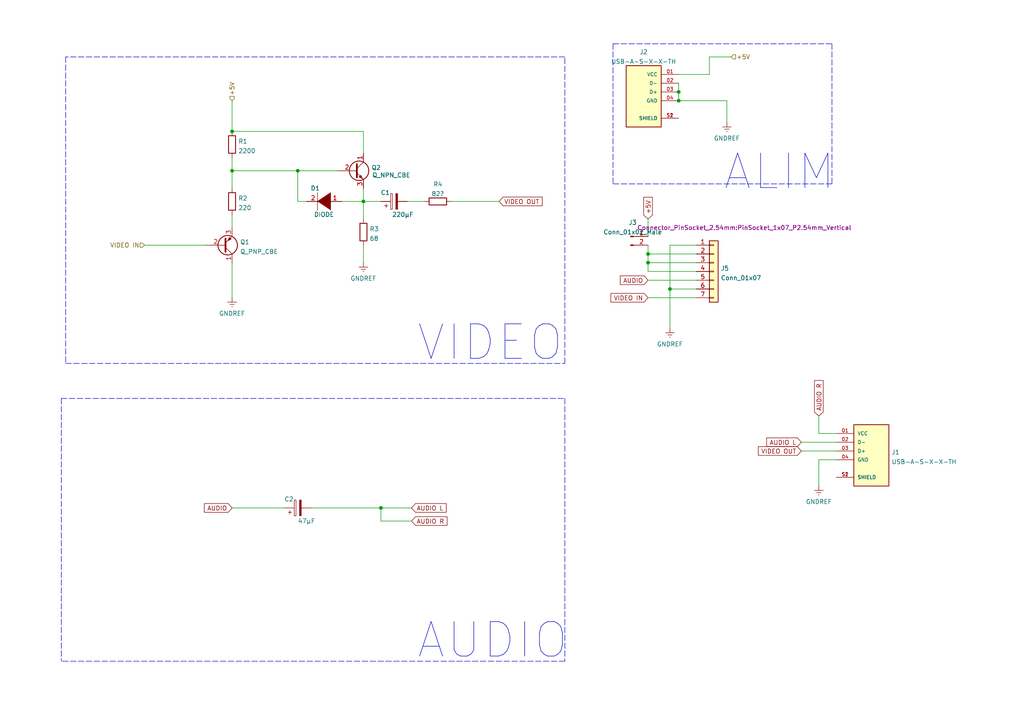
<source format=kicad_sch>
(kicad_sch (version 20211123) (generator eeschema)

  (uuid e63e39d7-6ac0-4ffd-8aa3-1841a4541b55)

  (paper "A4")

  (lib_symbols
    (symbol "Connector:Conn_01x02_Male" (pin_names (offset 1.016) hide) (in_bom yes) (on_board yes)
      (property "Reference" "J" (id 0) (at 0 2.54 0)
        (effects (font (size 1.27 1.27)))
      )
      (property "Value" "Conn_01x02_Male" (id 1) (at 0 -5.08 0)
        (effects (font (size 1.27 1.27)))
      )
      (property "Footprint" "" (id 2) (at 0 0 0)
        (effects (font (size 1.27 1.27)) hide)
      )
      (property "Datasheet" "~" (id 3) (at 0 0 0)
        (effects (font (size 1.27 1.27)) hide)
      )
      (property "ki_keywords" "connector" (id 4) (at 0 0 0)
        (effects (font (size 1.27 1.27)) hide)
      )
      (property "ki_description" "Generic connector, single row, 01x02, script generated (kicad-library-utils/schlib/autogen/connector/)" (id 5) (at 0 0 0)
        (effects (font (size 1.27 1.27)) hide)
      )
      (property "ki_fp_filters" "Connector*:*_1x??_*" (id 6) (at 0 0 0)
        (effects (font (size 1.27 1.27)) hide)
      )
      (symbol "Conn_01x02_Male_1_1"
        (polyline
          (pts
            (xy 1.27 -2.54)
            (xy 0.8636 -2.54)
          )
          (stroke (width 0.1524) (type default) (color 0 0 0 0))
          (fill (type none))
        )
        (polyline
          (pts
            (xy 1.27 0)
            (xy 0.8636 0)
          )
          (stroke (width 0.1524) (type default) (color 0 0 0 0))
          (fill (type none))
        )
        (rectangle (start 0.8636 -2.413) (end 0 -2.667)
          (stroke (width 0.1524) (type default) (color 0 0 0 0))
          (fill (type outline))
        )
        (rectangle (start 0.8636 0.127) (end 0 -0.127)
          (stroke (width 0.1524) (type default) (color 0 0 0 0))
          (fill (type outline))
        )
        (pin passive line (at 5.08 0 180) (length 3.81)
          (name "Pin_1" (effects (font (size 1.27 1.27))))
          (number "1" (effects (font (size 1.27 1.27))))
        )
        (pin passive line (at 5.08 -2.54 180) (length 3.81)
          (name "Pin_2" (effects (font (size 1.27 1.27))))
          (number "2" (effects (font (size 1.27 1.27))))
        )
      )
    )
    (symbol "Connector_Generic:Conn_01x07" (pin_names (offset 1.016) hide) (in_bom yes) (on_board yes)
      (property "Reference" "J" (id 0) (at 0 10.16 0)
        (effects (font (size 1.27 1.27)))
      )
      (property "Value" "Conn_01x07" (id 1) (at 0 -10.16 0)
        (effects (font (size 1.27 1.27)))
      )
      (property "Footprint" "" (id 2) (at 0 0 0)
        (effects (font (size 1.27 1.27)) hide)
      )
      (property "Datasheet" "~" (id 3) (at 0 0 0)
        (effects (font (size 1.27 1.27)) hide)
      )
      (property "ki_keywords" "connector" (id 4) (at 0 0 0)
        (effects (font (size 1.27 1.27)) hide)
      )
      (property "ki_description" "Generic connector, single row, 01x07, script generated (kicad-library-utils/schlib/autogen/connector/)" (id 5) (at 0 0 0)
        (effects (font (size 1.27 1.27)) hide)
      )
      (property "ki_fp_filters" "Connector*:*_1x??_*" (id 6) (at 0 0 0)
        (effects (font (size 1.27 1.27)) hide)
      )
      (symbol "Conn_01x07_1_1"
        (rectangle (start -1.27 -7.493) (end 0 -7.747)
          (stroke (width 0.1524) (type default) (color 0 0 0 0))
          (fill (type none))
        )
        (rectangle (start -1.27 -4.953) (end 0 -5.207)
          (stroke (width 0.1524) (type default) (color 0 0 0 0))
          (fill (type none))
        )
        (rectangle (start -1.27 -2.413) (end 0 -2.667)
          (stroke (width 0.1524) (type default) (color 0 0 0 0))
          (fill (type none))
        )
        (rectangle (start -1.27 0.127) (end 0 -0.127)
          (stroke (width 0.1524) (type default) (color 0 0 0 0))
          (fill (type none))
        )
        (rectangle (start -1.27 2.667) (end 0 2.413)
          (stroke (width 0.1524) (type default) (color 0 0 0 0))
          (fill (type none))
        )
        (rectangle (start -1.27 5.207) (end 0 4.953)
          (stroke (width 0.1524) (type default) (color 0 0 0 0))
          (fill (type none))
        )
        (rectangle (start -1.27 7.747) (end 0 7.493)
          (stroke (width 0.1524) (type default) (color 0 0 0 0))
          (fill (type none))
        )
        (rectangle (start -1.27 8.89) (end 1.27 -8.89)
          (stroke (width 0.254) (type default) (color 0 0 0 0))
          (fill (type background))
        )
        (pin passive line (at -5.08 7.62 0) (length 3.81)
          (name "Pin_1" (effects (font (size 1.27 1.27))))
          (number "1" (effects (font (size 1.27 1.27))))
        )
        (pin passive line (at -5.08 5.08 0) (length 3.81)
          (name "Pin_2" (effects (font (size 1.27 1.27))))
          (number "2" (effects (font (size 1.27 1.27))))
        )
        (pin passive line (at -5.08 2.54 0) (length 3.81)
          (name "Pin_3" (effects (font (size 1.27 1.27))))
          (number "3" (effects (font (size 1.27 1.27))))
        )
        (pin passive line (at -5.08 0 0) (length 3.81)
          (name "Pin_4" (effects (font (size 1.27 1.27))))
          (number "4" (effects (font (size 1.27 1.27))))
        )
        (pin passive line (at -5.08 -2.54 0) (length 3.81)
          (name "Pin_5" (effects (font (size 1.27 1.27))))
          (number "5" (effects (font (size 1.27 1.27))))
        )
        (pin passive line (at -5.08 -5.08 0) (length 3.81)
          (name "Pin_6" (effects (font (size 1.27 1.27))))
          (number "6" (effects (font (size 1.27 1.27))))
        )
        (pin passive line (at -5.08 -7.62 0) (length 3.81)
          (name "Pin_7" (effects (font (size 1.27 1.27))))
          (number "7" (effects (font (size 1.27 1.27))))
        )
      )
    )
    (symbol "Device:C_Polarized" (pin_numbers hide) (pin_names (offset 0.254)) (in_bom yes) (on_board yes)
      (property "Reference" "C" (id 0) (at 0.635 2.54 0)
        (effects (font (size 1.27 1.27)) (justify left))
      )
      (property "Value" "C_Polarized" (id 1) (at 0.635 -2.54 0)
        (effects (font (size 1.27 1.27)) (justify left))
      )
      (property "Footprint" "" (id 2) (at 0.9652 -3.81 0)
        (effects (font (size 1.27 1.27)) hide)
      )
      (property "Datasheet" "~" (id 3) (at 0 0 0)
        (effects (font (size 1.27 1.27)) hide)
      )
      (property "ki_keywords" "cap capacitor" (id 4) (at 0 0 0)
        (effects (font (size 1.27 1.27)) hide)
      )
      (property "ki_description" "Polarized capacitor" (id 5) (at 0 0 0)
        (effects (font (size 1.27 1.27)) hide)
      )
      (property "ki_fp_filters" "CP_*" (id 6) (at 0 0 0)
        (effects (font (size 1.27 1.27)) hide)
      )
      (symbol "C_Polarized_0_1"
        (rectangle (start -2.286 0.508) (end 2.286 1.016)
          (stroke (width 0) (type default) (color 0 0 0 0))
          (fill (type none))
        )
        (polyline
          (pts
            (xy -1.778 2.286)
            (xy -0.762 2.286)
          )
          (stroke (width 0) (type default) (color 0 0 0 0))
          (fill (type none))
        )
        (polyline
          (pts
            (xy -1.27 2.794)
            (xy -1.27 1.778)
          )
          (stroke (width 0) (type default) (color 0 0 0 0))
          (fill (type none))
        )
        (rectangle (start 2.286 -0.508) (end -2.286 -1.016)
          (stroke (width 0) (type default) (color 0 0 0 0))
          (fill (type outline))
        )
      )
      (symbol "C_Polarized_1_1"
        (pin passive line (at 0 3.81 270) (length 2.794)
          (name "~" (effects (font (size 1.27 1.27))))
          (number "1" (effects (font (size 1.27 1.27))))
        )
        (pin passive line (at 0 -3.81 90) (length 2.794)
          (name "~" (effects (font (size 1.27 1.27))))
          (number "2" (effects (font (size 1.27 1.27))))
        )
      )
    )
    (symbol "Device:Q_NPN_CBE" (pin_names (offset 0) hide) (in_bom yes) (on_board yes)
      (property "Reference" "Q" (id 0) (at 5.08 1.27 0)
        (effects (font (size 1.27 1.27)) (justify left))
      )
      (property "Value" "Q_NPN_CBE" (id 1) (at 5.08 -1.27 0)
        (effects (font (size 1.27 1.27)) (justify left))
      )
      (property "Footprint" "" (id 2) (at 5.08 2.54 0)
        (effects (font (size 1.27 1.27)) hide)
      )
      (property "Datasheet" "~" (id 3) (at 0 0 0)
        (effects (font (size 1.27 1.27)) hide)
      )
      (property "ki_keywords" "transistor NPN" (id 4) (at 0 0 0)
        (effects (font (size 1.27 1.27)) hide)
      )
      (property "ki_description" "NPN transistor, collector/base/emitter" (id 5) (at 0 0 0)
        (effects (font (size 1.27 1.27)) hide)
      )
      (symbol "Q_NPN_CBE_0_1"
        (polyline
          (pts
            (xy 0.635 0.635)
            (xy 2.54 2.54)
          )
          (stroke (width 0) (type default) (color 0 0 0 0))
          (fill (type none))
        )
        (polyline
          (pts
            (xy 0.635 -0.635)
            (xy 2.54 -2.54)
            (xy 2.54 -2.54)
          )
          (stroke (width 0) (type default) (color 0 0 0 0))
          (fill (type none))
        )
        (polyline
          (pts
            (xy 0.635 1.905)
            (xy 0.635 -1.905)
            (xy 0.635 -1.905)
          )
          (stroke (width 0.508) (type default) (color 0 0 0 0))
          (fill (type none))
        )
        (polyline
          (pts
            (xy 1.27 -1.778)
            (xy 1.778 -1.27)
            (xy 2.286 -2.286)
            (xy 1.27 -1.778)
            (xy 1.27 -1.778)
          )
          (stroke (width 0) (type default) (color 0 0 0 0))
          (fill (type outline))
        )
        (circle (center 1.27 0) (radius 2.8194)
          (stroke (width 0.254) (type default) (color 0 0 0 0))
          (fill (type none))
        )
      )
      (symbol "Q_NPN_CBE_1_1"
        (pin passive line (at 2.54 5.08 270) (length 2.54)
          (name "C" (effects (font (size 1.27 1.27))))
          (number "1" (effects (font (size 1.27 1.27))))
        )
        (pin input line (at -5.08 0 0) (length 5.715)
          (name "B" (effects (font (size 1.27 1.27))))
          (number "2" (effects (font (size 1.27 1.27))))
        )
        (pin passive line (at 2.54 -5.08 90) (length 2.54)
          (name "E" (effects (font (size 1.27 1.27))))
          (number "3" (effects (font (size 1.27 1.27))))
        )
      )
    )
    (symbol "Device:Q_PNP_CBE" (pin_names (offset 0) hide) (in_bom yes) (on_board yes)
      (property "Reference" "Q" (id 0) (at 5.08 1.27 0)
        (effects (font (size 1.27 1.27)) (justify left))
      )
      (property "Value" "Q_PNP_CBE" (id 1) (at 5.08 -1.27 0)
        (effects (font (size 1.27 1.27)) (justify left))
      )
      (property "Footprint" "" (id 2) (at 5.08 2.54 0)
        (effects (font (size 1.27 1.27)) hide)
      )
      (property "Datasheet" "~" (id 3) (at 0 0 0)
        (effects (font (size 1.27 1.27)) hide)
      )
      (property "ki_keywords" "transistor PNP" (id 4) (at 0 0 0)
        (effects (font (size 1.27 1.27)) hide)
      )
      (property "ki_description" "PNP transistor, collector/base/emitter" (id 5) (at 0 0 0)
        (effects (font (size 1.27 1.27)) hide)
      )
      (symbol "Q_PNP_CBE_0_1"
        (polyline
          (pts
            (xy 0.635 0.635)
            (xy 2.54 2.54)
          )
          (stroke (width 0) (type default) (color 0 0 0 0))
          (fill (type none))
        )
        (polyline
          (pts
            (xy 0.635 -0.635)
            (xy 2.54 -2.54)
            (xy 2.54 -2.54)
          )
          (stroke (width 0) (type default) (color 0 0 0 0))
          (fill (type none))
        )
        (polyline
          (pts
            (xy 0.635 1.905)
            (xy 0.635 -1.905)
            (xy 0.635 -1.905)
          )
          (stroke (width 0.508) (type default) (color 0 0 0 0))
          (fill (type none))
        )
        (polyline
          (pts
            (xy 2.286 -1.778)
            (xy 1.778 -2.286)
            (xy 1.27 -1.27)
            (xy 2.286 -1.778)
            (xy 2.286 -1.778)
          )
          (stroke (width 0) (type default) (color 0 0 0 0))
          (fill (type outline))
        )
        (circle (center 1.27 0) (radius 2.8194)
          (stroke (width 0.254) (type default) (color 0 0 0 0))
          (fill (type none))
        )
      )
      (symbol "Q_PNP_CBE_1_1"
        (pin passive line (at 2.54 5.08 270) (length 2.54)
          (name "C" (effects (font (size 1.27 1.27))))
          (number "1" (effects (font (size 1.27 1.27))))
        )
        (pin input line (at -5.08 0 0) (length 5.715)
          (name "B" (effects (font (size 1.27 1.27))))
          (number "2" (effects (font (size 1.27 1.27))))
        )
        (pin passive line (at 2.54 -5.08 90) (length 2.54)
          (name "E" (effects (font (size 1.27 1.27))))
          (number "3" (effects (font (size 1.27 1.27))))
        )
      )
    )
    (symbol "Device:R" (pin_numbers hide) (pin_names (offset 0)) (in_bom yes) (on_board yes)
      (property "Reference" "R" (id 0) (at 2.032 0 90)
        (effects (font (size 1.27 1.27)))
      )
      (property "Value" "R" (id 1) (at 0 0 90)
        (effects (font (size 1.27 1.27)))
      )
      (property "Footprint" "" (id 2) (at -1.778 0 90)
        (effects (font (size 1.27 1.27)) hide)
      )
      (property "Datasheet" "~" (id 3) (at 0 0 0)
        (effects (font (size 1.27 1.27)) hide)
      )
      (property "ki_keywords" "R res resistor" (id 4) (at 0 0 0)
        (effects (font (size 1.27 1.27)) hide)
      )
      (property "ki_description" "Resistor" (id 5) (at 0 0 0)
        (effects (font (size 1.27 1.27)) hide)
      )
      (property "ki_fp_filters" "R_*" (id 6) (at 0 0 0)
        (effects (font (size 1.27 1.27)) hide)
      )
      (symbol "R_0_1"
        (rectangle (start -1.016 -2.54) (end 1.016 2.54)
          (stroke (width 0.254) (type default) (color 0 0 0 0))
          (fill (type none))
        )
      )
      (symbol "R_1_1"
        (pin passive line (at 0 3.81 270) (length 1.27)
          (name "~" (effects (font (size 1.27 1.27))))
          (number "1" (effects (font (size 1.27 1.27))))
        )
        (pin passive line (at 0 -3.81 90) (length 1.27)
          (name "~" (effects (font (size 1.27 1.27))))
          (number "2" (effects (font (size 1.27 1.27))))
        )
      )
    )
    (symbol "USB A:USB-A-S-X-X-TH" (pin_names (offset 1.016)) (in_bom yes) (on_board yes)
      (property "Reference" "J" (id 0) (at -5.08 8.89 0)
        (effects (font (size 1.27 1.27)) (justify left bottom))
      )
      (property "Value" "USB-A-S-X-X-TH" (id 1) (at -5.08 -12.7 0)
        (effects (font (size 1.27 1.27)) (justify left bottom))
      )
      (property "Footprint" "SAMTEC_USB-A-S-X-X-TH" (id 2) (at 0 0 0)
        (effects (font (size 1.27 1.27)) (justify left bottom) hide)
      )
      (property "Datasheet" "" (id 3) (at 0 0 0)
        (effects (font (size 1.27 1.27)) (justify left bottom) hide)
      )
      (property "MAXIMUM_PACKAGE_HEIGHT" "7.08 mm" (id 4) (at 0 0 0)
        (effects (font (size 1.27 1.27)) (justify left bottom) hide)
      )
      (property "STANDARD" "Manufacturer Recommendations" (id 5) (at 0 0 0)
        (effects (font (size 1.27 1.27)) (justify left bottom) hide)
      )
      (property "PARTREV" "R" (id 6) (at 0 0 0)
        (effects (font (size 1.27 1.27)) (justify left bottom) hide)
      )
      (property "MANUFACTURER" "Samtec" (id 7) (at 0 0 0)
        (effects (font (size 1.27 1.27)) (justify left bottom) hide)
      )
      (property "ki_locked" "" (id 8) (at 0 0 0)
        (effects (font (size 1.27 1.27)))
      )
      (symbol "USB-A-S-X-X-TH_0_0"
        (rectangle (start -5.08 -10.16) (end 5.08 7.62)
          (stroke (width 0.254) (type default) (color 0 0 0 0))
          (fill (type background))
        )
        (pin power_in line (at -10.16 5.08 0) (length 5.08)
          (name "VCC" (effects (font (size 1.016 1.016))))
          (number "01" (effects (font (size 1.016 1.016))))
        )
        (pin bidirectional line (at -10.16 2.54 0) (length 5.08)
          (name "D-" (effects (font (size 1.016 1.016))))
          (number "02" (effects (font (size 1.016 1.016))))
        )
        (pin bidirectional line (at -10.16 0 0) (length 5.08)
          (name "D+" (effects (font (size 1.016 1.016))))
          (number "03" (effects (font (size 1.016 1.016))))
        )
        (pin power_in line (at -10.16 -2.54 0) (length 5.08)
          (name "GND" (effects (font (size 1.016 1.016))))
          (number "04" (effects (font (size 1.016 1.016))))
        )
        (pin passive line (at -10.16 -7.62 0) (length 5.08)
          (name "SHIELD" (effects (font (size 1.016 1.016))))
          (number "S1" (effects (font (size 1.016 1.016))))
        )
        (pin passive line (at -10.16 -7.62 0) (length 5.08)
          (name "SHIELD" (effects (font (size 1.016 1.016))))
          (number "S2" (effects (font (size 1.016 1.016))))
        )
      )
    )
    (symbol "power:GNDREF" (power) (pin_names (offset 0)) (in_bom yes) (on_board yes)
      (property "Reference" "#PWR" (id 0) (at 0 -6.35 0)
        (effects (font (size 1.27 1.27)) hide)
      )
      (property "Value" "GNDREF" (id 1) (at 0 -3.81 0)
        (effects (font (size 1.27 1.27)))
      )
      (property "Footprint" "" (id 2) (at 0 0 0)
        (effects (font (size 1.27 1.27)) hide)
      )
      (property "Datasheet" "" (id 3) (at 0 0 0)
        (effects (font (size 1.27 1.27)) hide)
      )
      (property "ki_keywords" "power-flag" (id 4) (at 0 0 0)
        (effects (font (size 1.27 1.27)) hide)
      )
      (property "ki_description" "Power symbol creates a global label with name \"GNDREF\" , reference supply ground" (id 5) (at 0 0 0)
        (effects (font (size 1.27 1.27)) hide)
      )
      (symbol "GNDREF_0_1"
        (polyline
          (pts
            (xy -0.635 -1.905)
            (xy 0.635 -1.905)
          )
          (stroke (width 0) (type default) (color 0 0 0 0))
          (fill (type none))
        )
        (polyline
          (pts
            (xy -0.127 -2.54)
            (xy 0.127 -2.54)
          )
          (stroke (width 0) (type default) (color 0 0 0 0))
          (fill (type none))
        )
        (polyline
          (pts
            (xy 0 -1.27)
            (xy 0 0)
          )
          (stroke (width 0) (type default) (color 0 0 0 0))
          (fill (type none))
        )
        (polyline
          (pts
            (xy 1.27 -1.27)
            (xy -1.27 -1.27)
          )
          (stroke (width 0) (type default) (color 0 0 0 0))
          (fill (type none))
        )
      )
      (symbol "GNDREF_1_1"
        (pin power_in line (at 0 0 270) (length 0) hide
          (name "GNDREF" (effects (font (size 1.27 1.27))))
          (number "1" (effects (font (size 1.27 1.27))))
        )
      )
    )
    (symbol "pspice:DIODE" (pin_names (offset 1.016) hide) (in_bom yes) (on_board yes)
      (property "Reference" "D" (id 0) (at 0 3.81 0)
        (effects (font (size 1.27 1.27)))
      )
      (property "Value" "DIODE" (id 1) (at 0 -4.445 0)
        (effects (font (size 1.27 1.27)))
      )
      (property "Footprint" "" (id 2) (at 0 0 0)
        (effects (font (size 1.27 1.27)) hide)
      )
      (property "Datasheet" "~" (id 3) (at 0 0 0)
        (effects (font (size 1.27 1.27)) hide)
      )
      (property "ki_keywords" "simulation" (id 4) (at 0 0 0)
        (effects (font (size 1.27 1.27)) hide)
      )
      (property "ki_description" "Diode symbol for simulation only. Pin order incompatible with official kicad footprints" (id 5) (at 0 0 0)
        (effects (font (size 1.27 1.27)) hide)
      )
      (symbol "DIODE_0_1"
        (polyline
          (pts
            (xy 1.905 2.54)
            (xy 1.905 -2.54)
          )
          (stroke (width 0) (type default) (color 0 0 0 0))
          (fill (type none))
        )
        (polyline
          (pts
            (xy -1.905 2.54)
            (xy -1.905 -2.54)
            (xy 1.905 0)
          )
          (stroke (width 0) (type default) (color 0 0 0 0))
          (fill (type outline))
        )
      )
      (symbol "DIODE_1_1"
        (pin input line (at -5.08 0 0) (length 3.81)
          (name "K" (effects (font (size 1.27 1.27))))
          (number "1" (effects (font (size 1.27 1.27))))
        )
        (pin input line (at 5.08 0 180) (length 3.81)
          (name "A" (effects (font (size 1.27 1.27))))
          (number "2" (effects (font (size 1.27 1.27))))
        )
      )
    )
  )

  (junction (at 105.41 58.42) (diameter 0) (color 0 0 0 0)
    (uuid 085261b4-2afc-4f81-9017-4d66df3e5b09)
  )
  (junction (at 196.85 29.21) (diameter 0) (color 0 0 0 0)
    (uuid 3a25ff12-6a2f-4f25-ab5e-e961ec0568e3)
  )
  (junction (at 196.85 26.67) (diameter 0) (color 0 0 0 0)
    (uuid 754b04b7-11b4-4cfa-b316-5fbfa8e5c16f)
  )
  (junction (at 187.96 73.66) (diameter 0) (color 0 0 0 0)
    (uuid 8e061d6b-f4fa-4c56-b49e-b178c1912f21)
  )
  (junction (at 187.96 76.2) (diameter 0) (color 0 0 0 0)
    (uuid 95876ea6-fd77-4261-a837-3fb94372460d)
  )
  (junction (at 110.49 147.32) (diameter 0) (color 0 0 0 0)
    (uuid b7ffe945-3e3c-4c86-ab23-e69617d42225)
  )
  (junction (at 67.31 49.53) (diameter 0) (color 0 0 0 0)
    (uuid bf14e050-0e78-4484-9eac-242ca229a8df)
  )
  (junction (at 67.31 38.1) (diameter 0) (color 0 0 0 0)
    (uuid cbd22266-8b7d-421e-a0ca-9d31cea8bb82)
  )
  (junction (at 86.36 49.53) (diameter 0) (color 0 0 0 0)
    (uuid d64e35e1-97b6-473c-b0e2-9e5698bb0e92)
  )
  (junction (at 194.31 83.82) (diameter 0) (color 0 0 0 0)
    (uuid f42cb542-37df-40fc-84b0-0bdf3b672e3b)
  )

  (wire (pts (xy 194.31 71.12) (xy 194.31 83.82))
    (stroke (width 0) (type default) (color 0 0 0 0))
    (uuid 013ed26d-4914-4be4-8e86-fb621adbf1c8)
  )
  (wire (pts (xy 67.31 49.53) (xy 86.36 49.53))
    (stroke (width 0) (type default) (color 0 0 0 0))
    (uuid 014ac53e-9c74-4a1a-a452-8398bea83ee4)
  )
  (wire (pts (xy 67.31 49.53) (xy 67.31 54.61))
    (stroke (width 0) (type default) (color 0 0 0 0))
    (uuid 0636069d-a494-4a5e-a863-c81a9cd0876a)
  )
  (wire (pts (xy 237.49 120.65) (xy 237.49 125.73))
    (stroke (width 0) (type default) (color 0 0 0 0))
    (uuid 0b6fef54-4508-4b1c-aa14-e51b16e1fbcb)
  )
  (wire (pts (xy 201.93 73.66) (xy 187.96 73.66))
    (stroke (width 0) (type default) (color 0 0 0 0))
    (uuid 0b735e8e-3bc2-4f10-9b0f-fafed8289056)
  )
  (wire (pts (xy 86.36 58.42) (xy 86.36 49.53))
    (stroke (width 0) (type default) (color 0 0 0 0))
    (uuid 0bf43ac6-6a7b-4a0d-bd38-12d39a1c85a8)
  )
  (polyline (pts (xy 163.83 191.77) (xy 17.78 191.77))
    (stroke (width 0) (type default) (color 0 0 0 0))
    (uuid 1009ee52-ee21-42fd-bd79-fd0736eff0a0)
  )

  (wire (pts (xy 41.91 71.12) (xy 59.69 71.12))
    (stroke (width 0) (type default) (color 0 0 0 0))
    (uuid 10e22ec8-858f-4cbb-8bec-2ded127fb05e)
  )
  (wire (pts (xy 110.49 151.13) (xy 119.38 151.13))
    (stroke (width 0) (type default) (color 0 0 0 0))
    (uuid 1b8681c3-a617-4616-a35f-b0fd38ce36ad)
  )
  (wire (pts (xy 196.85 29.21) (xy 210.82 29.21))
    (stroke (width 0) (type default) (color 0 0 0 0))
    (uuid 220a6eab-eb7a-4b23-b67e-6c8a215cf56a)
  )
  (wire (pts (xy 187.96 86.36) (xy 201.93 86.36))
    (stroke (width 0) (type default) (color 0 0 0 0))
    (uuid 2d14feb1-4575-47c1-9b52-3c7fb892f819)
  )
  (wire (pts (xy 90.17 147.32) (xy 110.49 147.32))
    (stroke (width 0) (type default) (color 0 0 0 0))
    (uuid 349516d1-60b8-4bab-9b58-6dd1e9a42ea8)
  )
  (wire (pts (xy 232.41 130.81) (xy 242.57 130.81))
    (stroke (width 0) (type default) (color 0 0 0 0))
    (uuid 3af822d4-af36-4894-976e-ac8d110efdf1)
  )
  (wire (pts (xy 232.41 128.27) (xy 242.57 128.27))
    (stroke (width 0) (type default) (color 0 0 0 0))
    (uuid 40823c7b-b947-4667-bacb-0fc1466caf82)
  )
  (wire (pts (xy 187.96 63.5) (xy 187.96 68.58))
    (stroke (width 0) (type default) (color 0 0 0 0))
    (uuid 42ff67e1-2f56-4a19-81d1-e5f22a2b9110)
  )
  (wire (pts (xy 105.41 44.45) (xy 105.41 38.1))
    (stroke (width 0) (type default) (color 0 0 0 0))
    (uuid 432703d6-9690-4b1c-896a-d67415dc402c)
  )
  (wire (pts (xy 237.49 133.35) (xy 237.49 140.97))
    (stroke (width 0) (type default) (color 0 0 0 0))
    (uuid 48ae747b-3343-4ff8-9e52-f09a407d3ede)
  )
  (wire (pts (xy 67.31 62.23) (xy 67.31 66.04))
    (stroke (width 0) (type default) (color 0 0 0 0))
    (uuid 4bc8e8ff-5fd2-4b99-b530-da3420b4f549)
  )
  (wire (pts (xy 201.93 71.12) (xy 194.31 71.12))
    (stroke (width 0) (type default) (color 0 0 0 0))
    (uuid 505eb0cd-f0c4-4aca-ae85-0d14596b0858)
  )
  (wire (pts (xy 210.82 29.21) (xy 210.82 35.56))
    (stroke (width 0) (type default) (color 0 0 0 0))
    (uuid 55cd3e02-8636-4e97-8625-2fae45b120ad)
  )
  (polyline (pts (xy 17.78 115.57) (xy 163.83 115.57))
    (stroke (width 0) (type default) (color 0 0 0 0))
    (uuid 60c247b0-7f2b-41c5-ab77-d5427bb51840)
  )

  (wire (pts (xy 105.41 38.1) (xy 67.31 38.1))
    (stroke (width 0) (type default) (color 0 0 0 0))
    (uuid 69598999-5feb-4d74-a4b7-b55f60ba825e)
  )
  (wire (pts (xy 118.11 58.42) (xy 123.19 58.42))
    (stroke (width 0) (type default) (color 0 0 0 0))
    (uuid 6b94dc13-61f8-4d22-8781-84384e284d07)
  )
  (wire (pts (xy 187.96 76.2) (xy 187.96 78.74))
    (stroke (width 0) (type default) (color 0 0 0 0))
    (uuid 72039484-0772-49c0-ba7a-d0f67d71b80a)
  )
  (wire (pts (xy 67.31 147.32) (xy 82.55 147.32))
    (stroke (width 0) (type default) (color 0 0 0 0))
    (uuid 75c11387-bc0f-40f0-8951-f94c4457e555)
  )
  (polyline (pts (xy 163.83 16.51) (xy 19.05 16.51))
    (stroke (width 0) (type default) (color 0 0 0 0))
    (uuid 8166c7a6-e1f6-4592-8f4b-e7f5f5e5e254)
  )

  (wire (pts (xy 201.93 78.74) (xy 187.96 78.74))
    (stroke (width 0) (type default) (color 0 0 0 0))
    (uuid 824ba7f0-e8c8-440a-a721-b11fd15a7770)
  )
  (wire (pts (xy 201.93 76.2) (xy 187.96 76.2))
    (stroke (width 0) (type default) (color 0 0 0 0))
    (uuid 83644e3d-27d1-439b-823a-fc7ac6b9a7a7)
  )
  (wire (pts (xy 187.96 71.12) (xy 187.96 73.66))
    (stroke (width 0) (type default) (color 0 0 0 0))
    (uuid 874d1a90-95f4-4107-ae00-3af72d3a130c)
  )
  (wire (pts (xy 105.41 71.12) (xy 105.41 76.2))
    (stroke (width 0) (type default) (color 0 0 0 0))
    (uuid 89898409-05e8-4a94-8806-7a2d0e7518f0)
  )
  (wire (pts (xy 196.85 26.67) (xy 196.85 29.21))
    (stroke (width 0) (type default) (color 0 0 0 0))
    (uuid 8a1643b2-bf5f-407a-ab63-1e8fcc4e8a64)
  )
  (wire (pts (xy 187.96 81.28) (xy 201.93 81.28))
    (stroke (width 0) (type default) (color 0 0 0 0))
    (uuid 94937ca0-c1d9-424d-88cf-010fb503f8a5)
  )
  (polyline (pts (xy 17.78 115.57) (xy 17.78 191.77))
    (stroke (width 0) (type default) (color 0 0 0 0))
    (uuid 94b525df-fbeb-47e2-9f61-d0be8260347a)
  )

  (wire (pts (xy 110.49 147.32) (xy 110.49 151.13))
    (stroke (width 0) (type default) (color 0 0 0 0))
    (uuid 96c58597-1759-4777-811f-78738fbae88f)
  )
  (wire (pts (xy 205.74 16.51) (xy 212.09 16.51))
    (stroke (width 0) (type default) (color 0 0 0 0))
    (uuid 989df294-0273-4c46-8b94-b37874ff50a9)
  )
  (wire (pts (xy 237.49 125.73) (xy 242.57 125.73))
    (stroke (width 0) (type default) (color 0 0 0 0))
    (uuid 9b7f8678-a812-4ade-b63c-7eff9a139ad7)
  )
  (polyline (pts (xy 163.83 115.57) (xy 163.83 191.77))
    (stroke (width 0) (type default) (color 0 0 0 0))
    (uuid 9db017b5-728b-4d4d-8b4e-bcedbd0e8e15)
  )

  (wire (pts (xy 205.74 21.59) (xy 205.74 16.51))
    (stroke (width 0) (type default) (color 0 0 0 0))
    (uuid a35191d7-002d-483e-8905-1f7fa3172a94)
  )
  (polyline (pts (xy 241.3 53.34) (xy 177.8 53.34))
    (stroke (width 0) (type default) (color 0 0 0 0))
    (uuid a3896e2d-fba7-4485-9bb0-ef7e46995c26)
  )

  (wire (pts (xy 196.85 24.13) (xy 196.85 26.67))
    (stroke (width 0) (type default) (color 0 0 0 0))
    (uuid a5383d44-32d8-44f2-a3a5-b237ee8f7f39)
  )
  (polyline (pts (xy 177.8 12.7) (xy 241.3 12.7))
    (stroke (width 0) (type default) (color 0 0 0 0))
    (uuid ad0afc42-584d-444a-a5d4-943137df2635)
  )
  (polyline (pts (xy 19.05 16.51) (xy 19.05 105.41))
    (stroke (width 0) (type default) (color 0 0 0 0))
    (uuid ae26eebc-fce4-4f5d-9cff-ac1c0ad890ff)
  )

  (wire (pts (xy 67.31 45.72) (xy 67.31 49.53))
    (stroke (width 0) (type default) (color 0 0 0 0))
    (uuid b4ee379f-96f5-477b-8545-7717eca1a03b)
  )
  (wire (pts (xy 105.41 58.42) (xy 105.41 63.5))
    (stroke (width 0) (type default) (color 0 0 0 0))
    (uuid b5797112-71e0-4747-9f33-1b2440f911f1)
  )
  (wire (pts (xy 105.41 58.42) (xy 110.49 58.42))
    (stroke (width 0) (type default) (color 0 0 0 0))
    (uuid bff56bfe-be06-476e-8800-885529287f71)
  )
  (polyline (pts (xy 163.83 105.41) (xy 163.83 16.51))
    (stroke (width 0) (type default) (color 0 0 0 0))
    (uuid c88307ba-2355-488a-b9e5-5b3b393fa7dc)
  )

  (wire (pts (xy 88.9 58.42) (xy 86.36 58.42))
    (stroke (width 0) (type default) (color 0 0 0 0))
    (uuid ca7fd727-f8dd-4dfd-b90c-61c7f06cb63d)
  )
  (polyline (pts (xy 241.3 12.7) (xy 241.3 53.34))
    (stroke (width 0) (type default) (color 0 0 0 0))
    (uuid cb063ba2-ba75-4d81-b6d1-01cb2c49d8e0)
  )

  (wire (pts (xy 67.31 29.21) (xy 67.31 38.1))
    (stroke (width 0) (type default) (color 0 0 0 0))
    (uuid d091aac5-0a78-4518-adeb-7cffb2763865)
  )
  (wire (pts (xy 86.36 49.53) (xy 97.79 49.53))
    (stroke (width 0) (type default) (color 0 0 0 0))
    (uuid d2e940d6-d303-4cd5-bce9-2b680de0f35b)
  )
  (wire (pts (xy 130.81 58.42) (xy 144.78 58.42))
    (stroke (width 0) (type default) (color 0 0 0 0))
    (uuid d4678833-1fbc-40c9-a290-ebfc4a7584a5)
  )
  (polyline (pts (xy 19.05 105.41) (xy 163.83 105.41))
    (stroke (width 0) (type default) (color 0 0 0 0))
    (uuid d4f87279-b883-4cb1-a4a4-84fef4bb4711)
  )

  (wire (pts (xy 242.57 133.35) (xy 237.49 133.35))
    (stroke (width 0) (type default) (color 0 0 0 0))
    (uuid d8a74f35-8dfb-4b87-9d9a-b6630622f802)
  )
  (wire (pts (xy 196.85 21.59) (xy 205.74 21.59))
    (stroke (width 0) (type default) (color 0 0 0 0))
    (uuid d94d670b-1624-4d43-b6b4-32cda293ba40)
  )
  (wire (pts (xy 110.49 147.32) (xy 119.38 147.32))
    (stroke (width 0) (type default) (color 0 0 0 0))
    (uuid da7a2247-ec95-477c-9099-1dcf6dbcbb5b)
  )
  (wire (pts (xy 194.31 83.82) (xy 194.31 95.25))
    (stroke (width 0) (type default) (color 0 0 0 0))
    (uuid dc90b7de-7781-4831-a51f-244db8f3a1aa)
  )
  (polyline (pts (xy 177.8 12.7) (xy 177.8 53.34))
    (stroke (width 0) (type default) (color 0 0 0 0))
    (uuid e2074221-7a62-47e7-bcd1-2b33b1dec304)
  )

  (wire (pts (xy 67.31 76.2) (xy 67.31 86.36))
    (stroke (width 0) (type default) (color 0 0 0 0))
    (uuid efa49ef2-2430-471b-bd0c-616fbea629dc)
  )
  (wire (pts (xy 201.93 83.82) (xy 194.31 83.82))
    (stroke (width 0) (type default) (color 0 0 0 0))
    (uuid f19bc81e-c481-42c7-92b7-90d5d113eab2)
  )
  (wire (pts (xy 187.96 73.66) (xy 187.96 76.2))
    (stroke (width 0) (type default) (color 0 0 0 0))
    (uuid fa9aa5e4-b61f-4a04-b576-5b06f9fd3c52)
  )
  (wire (pts (xy 105.41 58.42) (xy 105.41 54.61))
    (stroke (width 0) (type default) (color 0 0 0 0))
    (uuid feba6038-3d2a-42f0-85bd-bddfa03e1777)
  )
  (wire (pts (xy 99.06 58.42) (xy 105.41 58.42))
    (stroke (width 0) (type default) (color 0 0 0 0))
    (uuid ff19ec2c-be34-44a4-a643-72778ff79529)
  )

  (text "AUDIO" (at 120.65 191.77 0)
    (effects (font (size 10 10)) (justify left bottom))
    (uuid 4ce514e8-dbbc-42e4-bcf8-ef5af292d445)
  )
  (text "VIDEO" (at 120.65 105.41 0)
    (effects (font (size 10 10)) (justify left bottom))
    (uuid 64b1126b-63bd-4ad7-bee5-a3a1d4c3e6cb)
  )
  (text "ALIM" (at 209.55 55.88 0)
    (effects (font (size 10 10)) (justify left bottom))
    (uuid 8440729e-f444-499a-8b11-77db3e826fc4)
  )

  (global_label "AUDIO L" (shape input) (at 119.38 147.32 0) (fields_autoplaced)
    (effects (font (size 1.27 1.27)) (justify left))
    (uuid 054c2ea9-b259-430e-8e07-10b4eb1130d1)
    (property "Intersheet References" "${INTERSHEET_REFS}" (id 0) (at 129.4131 147.2406 0)
      (effects (font (size 1.27 1.27)) (justify left) hide)
    )
  )
  (global_label "AUDIO L" (shape input) (at 232.41 128.27 180) (fields_autoplaced)
    (effects (font (size 1.27 1.27)) (justify right))
    (uuid 21445f35-cdf9-45ed-b042-42162bce0eb5)
    (property "Intersheet References" "${INTERSHEET_REFS}" (id 0) (at 222.3769 128.3494 0)
      (effects (font (size 1.27 1.27)) (justify right) hide)
    )
  )
  (global_label "AUDIO R" (shape input) (at 237.49 120.65 90) (fields_autoplaced)
    (effects (font (size 1.27 1.27)) (justify left))
    (uuid 34e7faba-97d7-42e6-a0e1-28c41f9bdbc0)
    (property "Intersheet References" "${INTERSHEET_REFS}" (id 0) (at 237.4106 110.375 90)
      (effects (font (size 1.27 1.27)) (justify left) hide)
    )
  )
  (global_label "VIDEO OUT" (shape input) (at 232.41 130.81 180) (fields_autoplaced)
    (effects (font (size 1.27 1.27)) (justify right))
    (uuid 4057ebbd-1f13-4712-be52-149107078d8a)
    (property "Intersheet References" "${INTERSHEET_REFS}" (id 0) (at 219.9579 130.7306 0)
      (effects (font (size 1.27 1.27)) (justify right) hide)
    )
  )
  (global_label "VIDEO IN" (shape input) (at 187.96 86.36 180) (fields_autoplaced)
    (effects (font (size 1.27 1.27)) (justify right))
    (uuid 52289d0d-bab3-4ae0-a132-b1bf66ddca44)
    (property "Intersheet References" "${INTERSHEET_REFS}" (id 0) (at 177.2012 86.2806 0)
      (effects (font (size 1.27 1.27)) (justify right) hide)
    )
  )
  (global_label "AUDIO" (shape input) (at 187.96 81.28 180) (fields_autoplaced)
    (effects (font (size 1.27 1.27)) (justify right))
    (uuid a32ceccb-5255-42a1-b35a-5515a26ea9e8)
    (property "Intersheet References" "${INTERSHEET_REFS}" (id 0) (at 179.9226 81.2006 0)
      (effects (font (size 1.27 1.27)) (justify right) hide)
    )
  )
  (global_label "VIDEO OUT" (shape input) (at 144.78 58.42 0) (fields_autoplaced)
    (effects (font (size 1.27 1.27)) (justify left))
    (uuid c49f0350-c255-4e1e-954f-7ac58703943a)
    (property "Intersheet References" "${INTERSHEET_REFS}" (id 0) (at 157.2321 58.3406 0)
      (effects (font (size 1.27 1.27)) (justify left) hide)
    )
  )
  (global_label "AUDIO" (shape input) (at 67.31 147.32 180) (fields_autoplaced)
    (effects (font (size 1.27 1.27)) (justify right))
    (uuid c718d9cb-ffbf-4089-bab2-baa888890ca4)
    (property "Intersheet References" "${INTERSHEET_REFS}" (id 0) (at 59.2726 147.2406 0)
      (effects (font (size 1.27 1.27)) (justify right) hide)
    )
  )
  (global_label "+5V" (shape input) (at 187.96 63.5 90) (fields_autoplaced)
    (effects (font (size 1.27 1.27)) (justify left))
    (uuid cab90745-d567-4a37-b941-b5d1bb4dc2b9)
    (property "Intersheet References" "${INTERSHEET_REFS}" (id 0) (at 187.8806 57.2164 90)
      (effects (font (size 1.27 1.27)) (justify left) hide)
    )
  )
  (global_label "AUDIO R" (shape input) (at 119.38 151.13 0) (fields_autoplaced)
    (effects (font (size 1.27 1.27)) (justify left))
    (uuid d6b385a8-7b98-4576-b595-2cc5850e68e2)
    (property "Intersheet References" "${INTERSHEET_REFS}" (id 0) (at 129.655 151.0506 0)
      (effects (font (size 1.27 1.27)) (justify left) hide)
    )
  )

  (hierarchical_label "+5V" (shape input) (at 212.09 16.51 0)
    (effects (font (size 1.27 1.27)) (justify left))
    (uuid 42be5f68-3aee-459b-8f14-cf0dfd42f08e)
  )
  (hierarchical_label "VIDEO IN" (shape input) (at 41.91 71.12 180)
    (effects (font (size 1.27 1.27)) (justify right))
    (uuid 80af0ec6-5f6d-4b15-a47c-8ad196343281)
  )
  (hierarchical_label "+5V" (shape input) (at 67.31 29.21 90)
    (effects (font (size 1.27 1.27)) (justify left))
    (uuid ab28fe50-8613-4cca-af6b-21a97c9b7827)
  )

  (symbol (lib_id "power:GNDREF") (at 194.31 95.25 0) (unit 1)
    (in_bom yes) (on_board yes) (fields_autoplaced)
    (uuid 06f480c7-d638-416c-8c08-ed98d430fece)
    (property "Reference" "#PWR06" (id 0) (at 194.31 101.6 0)
      (effects (font (size 1.27 1.27)) hide)
    )
    (property "Value" "GNDREF" (id 1) (at 194.31 99.8125 0))
    (property "Footprint" "" (id 2) (at 194.31 95.25 0)
      (effects (font (size 1.27 1.27)) hide)
    )
    (property "Datasheet" "" (id 3) (at 194.31 95.25 0)
      (effects (font (size 1.27 1.27)) hide)
    )
    (pin "1" (uuid 8c58b9c6-42fa-43ad-a456-e387b2c947c3))
  )

  (symbol (lib_id "power:GNDREF") (at 105.41 76.2 0) (unit 1)
    (in_bom yes) (on_board yes) (fields_autoplaced)
    (uuid 17cd070c-5a43-45af-ac64-45f8dc881810)
    (property "Reference" "#PWR02" (id 0) (at 105.41 82.55 0)
      (effects (font (size 1.27 1.27)) hide)
    )
    (property "Value" "GNDREF" (id 1) (at 105.41 80.7625 0))
    (property "Footprint" "" (id 2) (at 105.41 76.2 0)
      (effects (font (size 1.27 1.27)) hide)
    )
    (property "Datasheet" "" (id 3) (at 105.41 76.2 0)
      (effects (font (size 1.27 1.27)) hide)
    )
    (pin "1" (uuid aee05bc5-87aa-493d-b7d1-4a50077c7853))
  )

  (symbol (lib_id "Connector:Conn_01x02_Male") (at 182.88 68.58 0) (unit 1)
    (in_bom yes) (on_board yes) (fields_autoplaced)
    (uuid 3f2f1aeb-24f2-4597-bbb9-54b12c752d6f)
    (property "Reference" "J3" (id 0) (at 183.515 64.5373 0))
    (property "Value" "Conn_01x02_Male" (id 1) (at 183.515 67.3124 0))
    (property "Footprint" "Connector_PinHeader_2.54mm:PinHeader_1x02_P2.54mm_Vertical" (id 2) (at 182.88 68.58 0)
      (effects (font (size 1.27 1.27)) hide)
    )
    (property "Datasheet" "~" (id 3) (at 182.88 68.58 0)
      (effects (font (size 1.27 1.27)) hide)
    )
    (pin "1" (uuid 9a0f5593-2efd-4f52-bc76-f583ab6c95eb))
    (pin "2" (uuid 9569f35a-5d83-4bd3-8b6f-04dd6bf8bb08))
  )

  (symbol (lib_id "Connector_Generic:Conn_01x07") (at 207.01 78.74 0) (unit 1)
    (in_bom yes) (on_board yes)
    (uuid 42ad14a7-9025-4df7-8122-1178f2977a3b)
    (property "Reference" "J5" (id 0) (at 209.042 77.8315 0)
      (effects (font (size 1.27 1.27)) (justify left))
    )
    (property "Value" "Conn_01x07" (id 1) (at 209.042 80.6066 0)
      (effects (font (size 1.27 1.27)) (justify left))
    )
    (property "Footprint" "Connector_PinSocket_2.54mm:PinSocket_1x07_P2.54mm_Vertical" (id 2) (at 215.9 66.04 0))
    (property "Datasheet" "~" (id 3) (at 207.01 78.74 0)
      (effects (font (size 1.27 1.27)) hide)
    )
    (pin "1" (uuid da74547b-896f-459c-8aa8-f161d000dade))
    (pin "2" (uuid 44caae53-1a52-43c9-bdd2-601a68a99b9d))
    (pin "3" (uuid 6e58d35e-842e-41f9-b302-a0606bc2c8e5))
    (pin "4" (uuid 7622577b-cb45-48f8-91b9-adcbe403ee14))
    (pin "5" (uuid 692dffb0-eeb3-460d-80d8-8bd9541d6d51))
    (pin "6" (uuid 8af22483-6986-4db8-a478-e3da735ace71))
    (pin "7" (uuid 552d2777-af2b-41ec-a31e-cd43b7c8490e))
  )

  (symbol (lib_id "Device:Q_NPN_CBE") (at 102.87 49.53 0) (unit 1)
    (in_bom yes) (on_board yes)
    (uuid 42c0957c-390c-40db-ab1a-d1f6c8a093c1)
    (property "Reference" "Q2" (id 0) (at 107.7214 48.6215 0)
      (effects (font (size 1.27 1.27)) (justify left))
    )
    (property "Value" "Q_NPN_CBE" (id 1) (at 107.95 50.8 0)
      (effects (font (size 1.27 1.27)) (justify left))
    )
    (property "Footprint" "Package_TO_SOT_THT:TO-92" (id 2) (at 107.95 46.99 0)
      (effects (font (size 1.27 1.27)) hide)
    )
    (property "Datasheet" "~" (id 3) (at 102.87 49.53 0)
      (effects (font (size 1.27 1.27)) hide)
    )
    (pin "1" (uuid 8bf989eb-6067-4bc7-921a-7cbcb51e4056))
    (pin "2" (uuid c606035d-aefb-4475-8c3e-092bdc52c198))
    (pin "3" (uuid 2b881086-22fe-4db9-ba62-c035cd70b55a))
  )

  (symbol (lib_id "power:GNDREF") (at 67.31 86.36 0) (unit 1)
    (in_bom yes) (on_board yes) (fields_autoplaced)
    (uuid 474a0393-816c-463b-b3ac-73ee8846f62d)
    (property "Reference" "#PWR01" (id 0) (at 67.31 92.71 0)
      (effects (font (size 1.27 1.27)) hide)
    )
    (property "Value" "GNDREF" (id 1) (at 67.31 90.9225 0))
    (property "Footprint" "" (id 2) (at 67.31 86.36 0)
      (effects (font (size 1.27 1.27)) hide)
    )
    (property "Datasheet" "" (id 3) (at 67.31 86.36 0)
      (effects (font (size 1.27 1.27)) hide)
    )
    (pin "1" (uuid 8120b968-e5dc-48ff-9eb1-0e48e33c88a1))
  )

  (symbol (lib_id "power:GNDREF") (at 210.82 35.56 0) (unit 1)
    (in_bom yes) (on_board yes) (fields_autoplaced)
    (uuid 4ea0ebb1-62cb-406c-87ef-26b5d9dfc325)
    (property "Reference" "#PWR05" (id 0) (at 210.82 41.91 0)
      (effects (font (size 1.27 1.27)) hide)
    )
    (property "Value" "GNDREF" (id 1) (at 210.82 40.1225 0))
    (property "Footprint" "" (id 2) (at 210.82 35.56 0)
      (effects (font (size 1.27 1.27)) hide)
    )
    (property "Datasheet" "" (id 3) (at 210.82 35.56 0)
      (effects (font (size 1.27 1.27)) hide)
    )
    (pin "1" (uuid d5803c11-b429-4331-b9a0-e4b9a2bd4a31))
  )

  (symbol (lib_id "Device:R") (at 67.31 41.91 0) (unit 1)
    (in_bom yes) (on_board yes) (fields_autoplaced)
    (uuid 5e906fab-cbda-4297-8a09-9e12dae7620b)
    (property "Reference" "R1" (id 0) (at 69.088 41.0015 0)
      (effects (font (size 1.27 1.27)) (justify left))
    )
    (property "Value" "2200" (id 1) (at 69.088 43.7766 0)
      (effects (font (size 1.27 1.27)) (justify left))
    )
    (property "Footprint" "Resistor_THT:R_Axial_DIN0207_L6.3mm_D2.5mm_P10.16mm_Horizontal" (id 2) (at 65.532 41.91 90)
      (effects (font (size 1.27 1.27)) hide)
    )
    (property "Datasheet" "~" (id 3) (at 67.31 41.91 0)
      (effects (font (size 1.27 1.27)) hide)
    )
    (pin "1" (uuid 4e0bc82a-324a-481c-bf5d-d785a0996fc4))
    (pin "2" (uuid 2a7d1635-108c-40c1-89aa-55aadf899ab6))
  )

  (symbol (lib_id "Device:R") (at 67.31 58.42 0) (unit 1)
    (in_bom yes) (on_board yes) (fields_autoplaced)
    (uuid 6bcae9cc-bd52-4f97-82ef-304a9a747f94)
    (property "Reference" "R2" (id 0) (at 69.088 57.5115 0)
      (effects (font (size 1.27 1.27)) (justify left))
    )
    (property "Value" "220" (id 1) (at 69.088 60.2866 0)
      (effects (font (size 1.27 1.27)) (justify left))
    )
    (property "Footprint" "Resistor_THT:R_Axial_DIN0207_L6.3mm_D2.5mm_P10.16mm_Horizontal" (id 2) (at 65.532 58.42 90)
      (effects (font (size 1.27 1.27)) hide)
    )
    (property "Datasheet" "~" (id 3) (at 67.31 58.42 0)
      (effects (font (size 1.27 1.27)) hide)
    )
    (pin "1" (uuid 8b05e9fa-9931-4d5e-b6ef-45efb4e85719))
    (pin "2" (uuid a456bd40-b2fd-424c-b931-b7b320bd8eee))
  )

  (symbol (lib_id "Device:C_Polarized") (at 86.36 147.32 90) (unit 1)
    (in_bom yes) (on_board yes)
    (uuid 9e8bce03-afb0-4485-ba36-8058b8839173)
    (property "Reference" "C2" (id 0) (at 83.82 144.78 90))
    (property "Value" "47µF" (id 1) (at 88.9 151.13 90))
    (property "Footprint" "Capacitor_THT:CP_Radial_D8.0mm_P5.00mm" (id 2) (at 90.17 146.3548 0)
      (effects (font (size 1.27 1.27)) hide)
    )
    (property "Datasheet" "~" (id 3) (at 86.36 147.32 0)
      (effects (font (size 1.27 1.27)) hide)
    )
    (pin "1" (uuid 66d6fc49-3c18-4864-b757-5af83d4cc429))
    (pin "2" (uuid 32e00176-e4bc-4cd1-accd-67913c58c030))
  )

  (symbol (lib_id "Device:C_Polarized") (at 114.3 58.42 90) (unit 1)
    (in_bom yes) (on_board yes)
    (uuid bc9f4fc7-269c-4929-9e8b-109880e964fe)
    (property "Reference" "C1" (id 0) (at 111.76 55.88 90))
    (property "Value" "220µF" (id 1) (at 116.84 62.23 90))
    (property "Footprint" "Capacitor_THT:CP_Radial_D8.0mm_P5.00mm" (id 2) (at 118.11 57.4548 0)
      (effects (font (size 1.27 1.27)) hide)
    )
    (property "Datasheet" "~" (id 3) (at 114.3 58.42 0)
      (effects (font (size 1.27 1.27)) hide)
    )
    (pin "1" (uuid 702bf31d-e877-493d-8a34-a57eac89b062))
    (pin "2" (uuid 7ada98a9-13ee-4cf6-8aa3-1106dd6d47d3))
  )

  (symbol (lib_id "Device:R") (at 105.41 67.31 0) (unit 1)
    (in_bom yes) (on_board yes) (fields_autoplaced)
    (uuid d0bca7c3-16fb-43b6-91c1-9db8fac52cb2)
    (property "Reference" "R3" (id 0) (at 107.188 66.4015 0)
      (effects (font (size 1.27 1.27)) (justify left))
    )
    (property "Value" "68" (id 1) (at 107.188 69.1766 0)
      (effects (font (size 1.27 1.27)) (justify left))
    )
    (property "Footprint" "Resistor_THT:R_Axial_DIN0207_L6.3mm_D2.5mm_P10.16mm_Horizontal" (id 2) (at 103.632 67.31 90)
      (effects (font (size 1.27 1.27)) hide)
    )
    (property "Datasheet" "~" (id 3) (at 105.41 67.31 0)
      (effects (font (size 1.27 1.27)) hide)
    )
    (pin "1" (uuid 18b61e14-f0cb-4bda-9e7e-35086cd0bce5))
    (pin "2" (uuid b0150d2b-85b3-4331-b915-3086266e149b))
  )

  (symbol (lib_id "USB A:USB-A-S-X-X-TH") (at 186.69 26.67 0) (mirror y) (unit 1)
    (in_bom yes) (on_board yes) (fields_autoplaced)
    (uuid d26c0188-a8c0-40f8-947a-e0efe65dd5bd)
    (property "Reference" "J2" (id 0) (at 186.69 15.0835 0))
    (property "Value" "USB-A-S-X-X-TH" (id 1) (at 186.69 17.8586 0))
    (property "Footprint" "SAMTEC_USB-A-S-X-X-TH" (id 2) (at 186.69 26.67 0)
      (effects (font (size 1.27 1.27)) (justify left bottom) hide)
    )
    (property "Datasheet" "" (id 3) (at 186.69 26.67 0)
      (effects (font (size 1.27 1.27)) (justify left bottom) hide)
    )
    (property "MAXIMUM_PACKAGE_HEIGHT" "7.08 mm" (id 4) (at 186.69 26.67 0)
      (effects (font (size 1.27 1.27)) (justify left bottom) hide)
    )
    (property "STANDARD" "Manufacturer Recommendations" (id 5) (at 186.69 26.67 0)
      (effects (font (size 1.27 1.27)) (justify left bottom) hide)
    )
    (property "PARTREV" "R" (id 6) (at 186.69 26.67 0)
      (effects (font (size 1.27 1.27)) (justify left bottom) hide)
    )
    (property "MANUFACTURER" "Samtec" (id 7) (at 186.69 26.67 0)
      (effects (font (size 1.27 1.27)) (justify left bottom) hide)
    )
    (pin "01" (uuid ee2b5b55-18f1-44b0-8eb7-645cdcfe2722))
    (pin "02" (uuid 46331abf-ef2b-44f7-8e7b-2addf2a04973))
    (pin "03" (uuid dc50a505-bdbb-49e4-a166-7ad91ea76a60))
    (pin "04" (uuid 398ac0ce-a6d7-46e9-b0d2-f38a583f93bc))
    (pin "S1" (uuid 4b680c6f-6bf5-42bc-954e-399a8095278c))
    (pin "S2" (uuid 4274c955-0ff2-4ffd-b308-32c7740d7229))
  )

  (symbol (lib_id "Device:Q_PNP_CBE") (at 64.77 71.12 0) (mirror x) (unit 1)
    (in_bom yes) (on_board yes)
    (uuid e612abea-0302-47ba-8c00-239d06607345)
    (property "Reference" "Q1" (id 0) (at 69.6214 70.2115 0)
      (effects (font (size 1.27 1.27)) (justify left))
    )
    (property "Value" "Q_PNP_CBE" (id 1) (at 69.6214 72.9866 0)
      (effects (font (size 1.27 1.27)) (justify left))
    )
    (property "Footprint" "Package_TO_SOT_THT:TO-92" (id 2) (at 69.85 73.66 0)
      (effects (font (size 1.27 1.27)) hide)
    )
    (property "Datasheet" "~" (id 3) (at 64.77 71.12 0)
      (effects (font (size 1.27 1.27)) hide)
    )
    (pin "1" (uuid 83959d88-1692-4368-89fc-ccfa70062bd8))
    (pin "2" (uuid d8788ff6-715d-42aa-ac97-2735cb63b005))
    (pin "3" (uuid 852110af-be4f-4e36-88d3-1d008183d09f))
  )

  (symbol (lib_id "USB A:USB-A-S-X-X-TH") (at 252.73 130.81 0) (unit 1)
    (in_bom yes) (on_board yes) (fields_autoplaced)
    (uuid eadce434-2f9c-40ba-8d24-9c24be0c82ed)
    (property "Reference" "J1" (id 0) (at 258.572 131.1715 0)
      (effects (font (size 1.27 1.27)) (justify left))
    )
    (property "Value" "USB-A-S-X-X-TH" (id 1) (at 258.572 133.9466 0)
      (effects (font (size 1.27 1.27)) (justify left))
    )
    (property "Footprint" "SAMTEC_USB-A-S-X-X-TH" (id 2) (at 252.73 130.81 0)
      (effects (font (size 1.27 1.27)) (justify left bottom) hide)
    )
    (property "Datasheet" "" (id 3) (at 252.73 130.81 0)
      (effects (font (size 1.27 1.27)) (justify left bottom) hide)
    )
    (property "MAXIMUM_PACKAGE_HEIGHT" "7.08 mm" (id 4) (at 252.73 130.81 0)
      (effects (font (size 1.27 1.27)) (justify left bottom) hide)
    )
    (property "STANDARD" "Manufacturer Recommendations" (id 5) (at 252.73 130.81 0)
      (effects (font (size 1.27 1.27)) (justify left bottom) hide)
    )
    (property "PARTREV" "R" (id 6) (at 252.73 130.81 0)
      (effects (font (size 1.27 1.27)) (justify left bottom) hide)
    )
    (property "MANUFACTURER" "Samtec" (id 7) (at 252.73 130.81 0)
      (effects (font (size 1.27 1.27)) (justify left bottom) hide)
    )
    (pin "01" (uuid 08ac5b03-eeee-4cb2-ad42-abe7d8c9f05b))
    (pin "02" (uuid dd3d4925-c8bd-4e60-9441-4216d14e9418))
    (pin "03" (uuid 9d10644a-09de-4a82-8225-d83054f5420c))
    (pin "04" (uuid 8f510dab-b413-46b7-9c21-dcbdf67597dd))
    (pin "S1" (uuid c5794c42-3679-4d5f-9ab4-6e348eb39982))
    (pin "S2" (uuid 30d3d026-8836-4d0f-9df7-fd6ae1ac6d6d))
  )

  (symbol (lib_id "power:GNDREF") (at 237.49 140.97 0) (unit 1)
    (in_bom yes) (on_board yes) (fields_autoplaced)
    (uuid f4e3c329-5fff-48f4-a24e-60d0704c077f)
    (property "Reference" "#PWR03" (id 0) (at 237.49 147.32 0)
      (effects (font (size 1.27 1.27)) hide)
    )
    (property "Value" "GNDREF" (id 1) (at 237.49 145.5325 0))
    (property "Footprint" "" (id 2) (at 237.49 140.97 0)
      (effects (font (size 1.27 1.27)) hide)
    )
    (property "Datasheet" "" (id 3) (at 237.49 140.97 0)
      (effects (font (size 1.27 1.27)) hide)
    )
    (pin "1" (uuid 461b5226-c7e6-4891-b05d-712f94645be1))
  )

  (symbol (lib_id "Device:R") (at 127 58.42 90) (unit 1)
    (in_bom yes) (on_board yes) (fields_autoplaced)
    (uuid f8ae011a-48ba-46df-a69d-fb189c06c99d)
    (property "Reference" "R4" (id 0) (at 127 53.4375 90))
    (property "Value" "82?" (id 1) (at 127 56.2126 90))
    (property "Footprint" "Resistor_THT:R_Axial_DIN0207_L6.3mm_D2.5mm_P10.16mm_Horizontal" (id 2) (at 127 60.198 90)
      (effects (font (size 1.27 1.27)) hide)
    )
    (property "Datasheet" "~" (id 3) (at 127 58.42 0)
      (effects (font (size 1.27 1.27)) hide)
    )
    (pin "1" (uuid c1268079-c813-41a7-bb84-503ba3f1a9d0))
    (pin "2" (uuid 2d5ff2c7-9901-4fc1-a95c-b3ae98b7ab8d))
  )

  (symbol (lib_id "pspice:DIODE") (at 93.98 58.42 180) (unit 1)
    (in_bom yes) (on_board yes)
    (uuid f9be2e45-56e0-4e20-a353-ef4b2b80874c)
    (property "Reference" "D1" (id 0) (at 91.44 54.61 0))
    (property "Value" "DIODE" (id 1) (at 93.98 62.23 0))
    (property "Footprint" "Diode_THT:D_5W_P12.70mm_Horizontal" (id 2) (at 93.98 58.42 0)
      (effects (font (size 1.27 1.27)) hide)
    )
    (property "Datasheet" "~" (id 3) (at 93.98 58.42 0)
      (effects (font (size 1.27 1.27)) hide)
    )
    (pin "1" (uuid d6bd327a-d697-404f-a5b7-0c1f2f1bf9b6))
    (pin "2" (uuid 801da923-9d7d-4f2f-bb46-6dae73790587))
  )

  (sheet_instances
    (path "/" (page "1"))
  )

  (symbol_instances
    (path "/474a0393-816c-463b-b3ac-73ee8846f62d"
      (reference "#PWR01") (unit 1) (value "GNDREF") (footprint "")
    )
    (path "/17cd070c-5a43-45af-ac64-45f8dc881810"
      (reference "#PWR02") (unit 1) (value "GNDREF") (footprint "")
    )
    (path "/f4e3c329-5fff-48f4-a24e-60d0704c077f"
      (reference "#PWR03") (unit 1) (value "GNDREF") (footprint "")
    )
    (path "/4ea0ebb1-62cb-406c-87ef-26b5d9dfc325"
      (reference "#PWR05") (unit 1) (value "GNDREF") (footprint "")
    )
    (path "/06f480c7-d638-416c-8c08-ed98d430fece"
      (reference "#PWR06") (unit 1) (value "GNDREF") (footprint "")
    )
    (path "/bc9f4fc7-269c-4929-9e8b-109880e964fe"
      (reference "C1") (unit 1) (value "220µF") (footprint "Capacitor_THT:CP_Radial_D8.0mm_P5.00mm")
    )
    (path "/9e8bce03-afb0-4485-ba36-8058b8839173"
      (reference "C2") (unit 1) (value "47µF") (footprint "Capacitor_THT:CP_Radial_D8.0mm_P5.00mm")
    )
    (path "/f9be2e45-56e0-4e20-a353-ef4b2b80874c"
      (reference "D1") (unit 1) (value "DIODE") (footprint "Diode_THT:D_5W_P12.70mm_Horizontal")
    )
    (path "/eadce434-2f9c-40ba-8d24-9c24be0c82ed"
      (reference "J1") (unit 1) (value "USB-A-S-X-X-TH") (footprint "SAMTEC_USB-A-S-X-X-TH")
    )
    (path "/d26c0188-a8c0-40f8-947a-e0efe65dd5bd"
      (reference "J2") (unit 1) (value "USB-A-S-X-X-TH") (footprint "SAMTEC_USB-A-S-X-X-TH")
    )
    (path "/3f2f1aeb-24f2-4597-bbb9-54b12c752d6f"
      (reference "J3") (unit 1) (value "Conn_01x02_Male") (footprint "Connector_PinHeader_2.54mm:PinHeader_1x02_P2.54mm_Vertical")
    )
    (path "/42ad14a7-9025-4df7-8122-1178f2977a3b"
      (reference "J5") (unit 1) (value "Conn_01x07") (footprint "Connector_PinSocket_2.54mm:PinSocket_1x07_P2.54mm_Vertical")
    )
    (path "/e612abea-0302-47ba-8c00-239d06607345"
      (reference "Q1") (unit 1) (value "Q_PNP_CBE") (footprint "Package_TO_SOT_THT:TO-92")
    )
    (path "/42c0957c-390c-40db-ab1a-d1f6c8a093c1"
      (reference "Q2") (unit 1) (value "Q_NPN_CBE") (footprint "Package_TO_SOT_THT:TO-92")
    )
    (path "/5e906fab-cbda-4297-8a09-9e12dae7620b"
      (reference "R1") (unit 1) (value "2200") (footprint "Resistor_THT:R_Axial_DIN0207_L6.3mm_D2.5mm_P10.16mm_Horizontal")
    )
    (path "/6bcae9cc-bd52-4f97-82ef-304a9a747f94"
      (reference "R2") (unit 1) (value "220") (footprint "Resistor_THT:R_Axial_DIN0207_L6.3mm_D2.5mm_P10.16mm_Horizontal")
    )
    (path "/d0bca7c3-16fb-43b6-91c1-9db8fac52cb2"
      (reference "R3") (unit 1) (value "68") (footprint "Resistor_THT:R_Axial_DIN0207_L6.3mm_D2.5mm_P10.16mm_Horizontal")
    )
    (path "/f8ae011a-48ba-46df-a69d-fb189c06c99d"
      (reference "R4") (unit 1) (value "82?") (footprint "Resistor_THT:R_Axial_DIN0207_L6.3mm_D2.5mm_P10.16mm_Horizontal")
    )
  )
)

</source>
